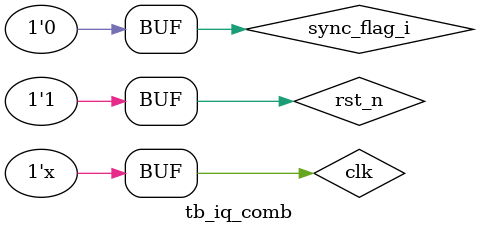
<source format=v>
`timescale 1ns / 1ps
module tb_iq_comb();
    reg         clk         ;
    reg         rst_n       ;
    reg         sync_I      ;
    reg         sync_Q      ;
    reg         sync_flag_i ;  
    
    wire        demo_ser_o  ;
    wire        sync_flag_o ;

    initial begin
        clk = 1'b1;
        rst_n <= 1'b0;
        sync_flag_i <= 1'b0;
        sync_I <= {$random} % 2;  //Generate 0-1 random numbers
        sync_Q <= {$random} % 2;    
    #2000
        rst_n <= 1'b1;
        sync_flag_i <= 1'b1;
        sync_I <= 1'b1;  //First set of IQ data
        sync_Q <= 1'b0; 
    #2000 //The sync_flag_i signal is maintained 1 clock cycle at a time in this case
        sync_flag_i <= 1'b0;
    #440000
        sync_flag_i <= 1'b1;
        sync_I <= 1'b1;  //Second set of IQ data
        sync_Q <= 1'b0;
    #2000 //The sync_flag_i signal is maintained 1 clock cycle at a time in this case
        sync_flag_i <= 1'b0;
    #440000
        sync_flag_i <= 1'b1;
        sync_I <= {$random} % 2;  //Third set of IQ data
        sync_Q <= {$random} % 2;
    #2000 //The sync_flag_i signal is maintained 1 clock cycle at a time in this case
        sync_flag_i <= 1'b0;
    #440000
        sync_flag_i <= 1'b1;
        sync_I <= {$random} % 2;  //Fourth set of IQ data
        sync_Q <= {$random} % 2;
    #2000 //The sync_flag_i signal is maintained 1 clock cycle at a time in this case
        sync_flag_i <= 1'b0;
    #440000
        sync_flag_i <= 1'b1;
        sync_I <= {$random} % 2;  //Group V IQ data
        sync_Q <= {$random} % 2;
    #2000 //The sync_flag_i signal is maintained 1 clock cycle at a time in this case
        sync_flag_i <= 1'b0;
    end
    
    always #1000 clk = ~clk; //500kHz clock

    iq_comb 
    #(.SAMPLE(100))
    iq_comb_inst
    (
        .clk            (clk        ),
        .rst_n          (rst_n      ),
        .sync_I         (sync_I     ),
        .sync_Q         (sync_Q     ),
        .sync_flag_i    (sync_flag_i),  //Synchronization flag input from Gardner bit synchronizer

        .demo_ser_o     (demo_ser_o ),
        .sync_flag_o    (sync_flag_o)   //Synchronized output data to subsequent modules
    );
    
endmodule

</source>
